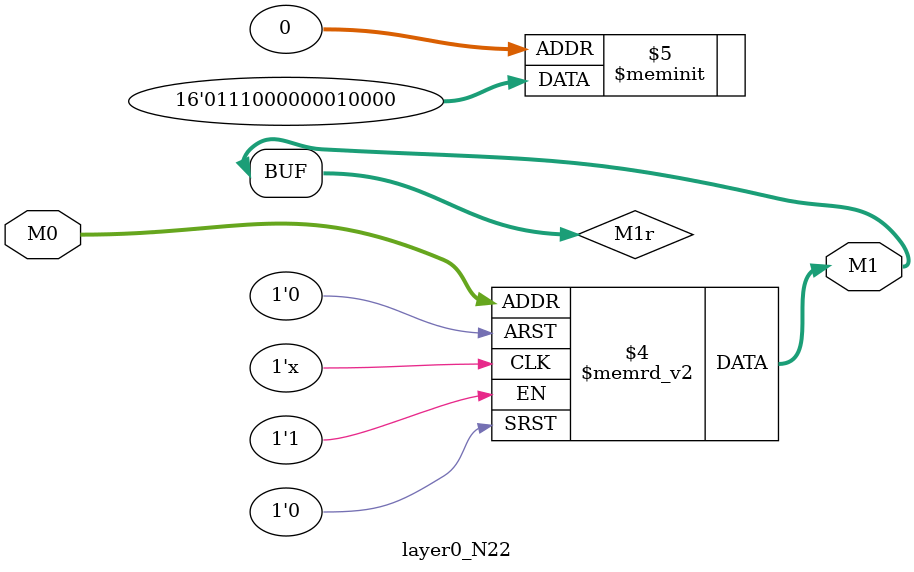
<source format=v>
module layer0_N22 ( input [2:0] M0, output [1:0] M1 );

	(*rom_style = "distributed" *) reg [1:0] M1r;
	assign M1 = M1r;
	always @ (M0) begin
		case (M0)
			3'b000: M1r = 2'b00;
			3'b100: M1r = 2'b00;
			3'b010: M1r = 2'b01;
			3'b110: M1r = 2'b11;
			3'b001: M1r = 2'b00;
			3'b101: M1r = 2'b00;
			3'b011: M1r = 2'b00;
			3'b111: M1r = 2'b01;

		endcase
	end
endmodule

</source>
